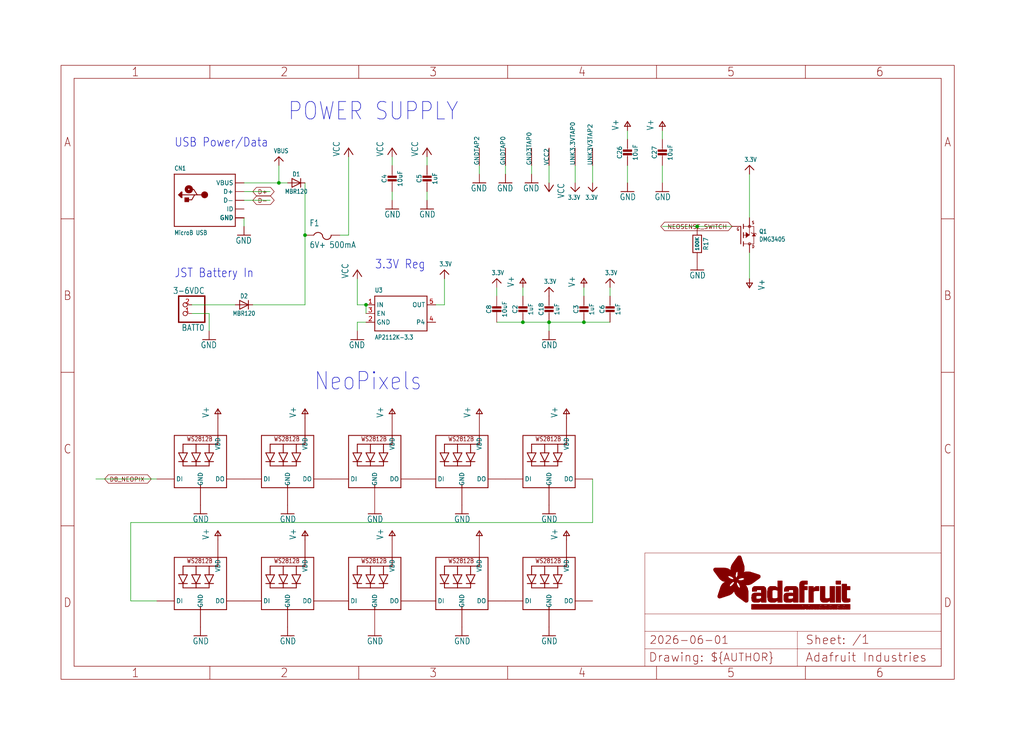
<source format=kicad_sch>
(kicad_sch (version 20230121) (generator eeschema)
  (paper "User" 298.45 217.322)
  (lib_symbols
    (symbol "working-eagle-import:3.3V" (power)
      (property "Value" "3.3V" (at -1.524 1.016 0))
      (symbol "3.3V_1_0"
        (pin power_in line (at 0 -2.54 90) (length 2.54) (name "3.3V") (number "1"))
      )
    )
    (symbol "working-eagle-import:CAP_CERAMIC0603_NO"
      (property "Reference" "C" (at -2.29 1.25 90))
      (symbol "CAP_CERAMIC0603_NO_1_0"
        (pin passive line (at 0 5.08 270) (length 2.54) (name "1") (number "1"))
        (pin passive line (at 0 -2.54 90) (length 2.54) (name "2") (number "2"))
      )
    )
    (symbol "working-eagle-import:CAP_CERAMIC0805-NOOUTLINE"
      (property "Reference" "C" (at -2.29 1.25 90))
      (symbol "CAP_CERAMIC0805-NOOUTLINE_1_0"
        (pin passive line (at 0 5.08 270) (length 2.54) (name "1") (number "1"))
        (pin passive line (at 0 -2.54 90) (length 2.54) (name "2") (number "2"))
      )
    )
    (symbol "working-eagle-import:CON_JST_PH_2PIN"
      (property "Reference" "X" (at -6.35 5.715 0))
      (symbol "CON_JST_PH_2PIN_1_0"
        (pin passive inverted (at -2.54 2.54 0) (length 2.54) (name "1") (number "1"))
        (pin passive inverted (at -2.54 0 0) (length 2.54) (name "2") (number "2"))
      )
    )
    (symbol "working-eagle-import:DIODESOD-123"
      (property "Reference" "D" (at 0 2.54 0))
      (symbol "DIODESOD-123_1_0"
        (pin passive line (at -2.54 0 0) (length 2.54) (name "A") (number "A"))
        (pin passive line (at 2.54 0 180) (length 2.54) (name "C") (number "C"))
      )
    )
    (symbol "working-eagle-import:FRAME_A4_ADAFRUIT"
      (symbol "FRAME_A4_ADAFRUIT_1_0"
        (text "${#}/${##}" (at 230.505 10.16 0) (effects (font (size 2.54 2.54)) (justify left bottom)))
        (text "${AUTHOR}" (at 189.23 5.08 0) (effects (font (size 2.286 2.286)) (justify left bottom)))
        (text "${CURRENT_DATE}" (at 171.45 10.16 0) (effects (font (size 2.286 2.286)) (justify left bottom)))
        (text "${PROJECTNAME}" (at 171.45 15.24 0) (effects (font (size 2.54 2.54)) (justify left bottom)))
        (text "1" (at 21.6958 1.905 0) (effects (font (size 2.54 2.286))))
        (text "1" (at 21.6958 177.165 0) (effects (font (size 2.54 2.286))))
        (text "2" (at 65.0875 1.905 0) (effects (font (size 2.54 2.286))))
        (text "2" (at 65.0875 177.165 0) (effects (font (size 2.54 2.286))))
        (text "3" (at 108.4792 1.905 0) (effects (font (size 2.54 2.286))))
        (text "3" (at 108.4792 177.165 0) (effects (font (size 2.54 2.286))))
        (text "4" (at 151.8708 1.905 0) (effects (font (size 2.54 2.286))))
        (text "4" (at 151.8708 177.165 0) (effects (font (size 2.54 2.286))))
        (text "5" (at 195.2625 1.905 0) (effects (font (size 2.54 2.286))))
        (text "5" (at 195.2625 177.165 0) (effects (font (size 2.54 2.286))))
        (text "6" (at 238.6542 1.905 0) (effects (font (size 2.54 2.286))))
        (text "6" (at 238.6542 177.165 0) (effects (font (size 2.54 2.286))))
        (text "A" (at 1.905 156.6863 0) (effects (font (size 2.54 2.286))))
        (text "A" (at 258.445 156.6863 0) (effects (font (size 2.54 2.286))))
        (text "Adafruit Industries" (at 216.916 4.953 0) (effects (font (size 2.54 2.54)) (justify left bottom)))
        (text "B" (at 1.905 111.9188 0) (effects (font (size 2.54 2.286))))
        (text "B" (at 258.445 111.9188 0) (effects (font (size 2.54 2.286))))
        (text "C" (at 1.905 67.1513 0) (effects (font (size 2.54 2.286))))
        (text "C" (at 258.445 67.1513 0) (effects (font (size 2.54 2.286))))
        (text "D" (at 1.905 22.3838 0) (effects (font (size 2.54 2.286))))
        (text "D" (at 258.445 22.3838 0) (effects (font (size 2.54 2.286))))
        (text "Drawing:" (at 171.196 4.953 0) (effects (font (size 2.54 2.54)) (justify left bottom)))
        (text "Sheet:" (at 216.916 10.033 0) (effects (font (size 2.54 2.54)) (justify left bottom)))
      )
    )
    (symbol "working-eagle-import:GND" (power)
      (property "Value" "GND" (at -2.54 -2.54 0))
      (symbol "GND_1_0"
        (pin power_in line (at 0 2.54 270) (length 2.54) (name "GND") (number "1"))
      )
    )
    (symbol "working-eagle-import:MOSFET-P"
      (property "Reference" "Q" (at 2.794 0.381 0))
      (symbol "MOSFET-P_1_0"
        (text "D" (at 0.635 -3.81 0) (effects (font (size 0.8128 0.6908)) (justify left bottom)))
        (text "G" (at -3.81 1.27 0) (effects (font (size 0.8128 0.6908)) (justify left bottom)))
        (text "S" (at 0.635 3.175 0) (effects (font (size 0.8128 0.6908)) (justify left bottom)))
        (pin passive line (at -5.08 2.54 0) (length 2.54) (name "G") (number "1"))
        (pin passive line (at 0 5.08 270) (length 2.54) (name "S") (number "2"))
        (pin passive line (at 0 -5.08 90) (length 2.54) (name "D") (number "3"))
      )
    )
    (symbol "working-eagle-import:PTCFUSE-1206"
      (property "Reference" "F" (at -3.81 5.08 0))
      (symbol "PTCFUSE-1206_1_0"
        (pin passive line (at -5.08 2.54 0) (length 2.54) (name "1") (number "1"))
        (pin passive line (at 5.08 2.54 180) (length 2.54) (name "2") (number "2"))
      )
    )
    (symbol "working-eagle-import:RESISTOR_0603_NOOUT"
      (property "Reference" "R" (at 0 2.54 0))
      (symbol "RESISTOR_0603_NOOUT_1_0"
        (pin passive line (at -5.08 0 0) (length 2.54) (name "1") (number "1"))
        (pin passive line (at 5.08 0 180) (length 2.54) (name "2") (number "2"))
      )
    )
    (symbol "working-eagle-import:SEWTAP-ALLIGATOR"
      (property "Reference" "TP" (at 0 0 0))
      (symbol "SEWTAP-ALLIGATOR_1_0"
        (pin bidirectional line (at 0 0 0) (length 5.08) (name "SEW") (number "P$1"))
      )
    )
    (symbol "working-eagle-import:USB_MICRO_20329_V2"
      (property "Reference" "X" (at -10.16 8.636 0))
      (symbol "USB_MICRO_20329_V2_1_0"
        (pin power_in line (at 10.16 -5.08 180) (length 2.54) (name "GND") (number "BASE@1"))
        (pin power_in line (at 10.16 -5.08 180) (length 2.54) (name "GND") (number "BASE@2"))
        (pin bidirectional line (at 10.16 2.54 180) (length 2.54) (name "D+") (number "D+"))
        (pin bidirectional line (at 10.16 0 180) (length 2.54) (name "D-") (number "D-"))
        (pin power_in line (at 10.16 -5.08 180) (length 2.54) (name "GND") (number "GND"))
        (pin bidirectional line (at 10.16 -2.54 180) (length 2.54) (name "ID") (number "ID"))
        (pin power_in line (at 10.16 -5.08 180) (length 2.54) (name "GND") (number "SPRT@1"))
        (pin power_in line (at 10.16 -5.08 180) (length 2.54) (name "GND") (number "SPRT@2"))
        (pin power_in line (at 10.16 -5.08 180) (length 2.54) (name "GND") (number "SPRT@3"))
        (pin power_in line (at 10.16 -5.08 180) (length 2.54) (name "GND") (number "SPRT@4"))
        (pin power_in line (at 10.16 5.08 180) (length 2.54) (name "VBUS") (number "VBUS"))
      )
    )
    (symbol "working-eagle-import:V+" (power)
      (property "Value" "V+" (at -2.54 -2.54 90))
      (symbol "V+_1_0"
        (pin power_in line (at 0 -2.54 90) (length 2.54) (name "V+") (number "1"))
      )
    )
    (symbol "working-eagle-import:VBUS" (power)
      (property "Value" "VBUS" (at -1.524 1.016 0))
      (symbol "VBUS_1_0"
        (pin power_in line (at 0 -2.54 90) (length 2.54) (name "VBUS") (number "1"))
      )
    )
    (symbol "working-eagle-import:VCC" (power)
      (property "Value" "VCC" (at -2.54 -2.54 90))
      (symbol "VCC_1_0"
        (pin power_in line (at 0 -2.54 90) (length 2.54) (name "VCC") (number "1"))
      )
    )
    (symbol "working-eagle-import:VREG_SOT23-5"
      (property "Reference" "U" (at -7.62 6.096 0))
      (symbol "VREG_SOT23-5_1_0"
        (pin power_in line (at -10.16 2.54 0) (length 2.54) (name "IN") (number "1"))
        (pin power_in line (at -10.16 -2.54 0) (length 2.54) (name "GND") (number "2"))
        (pin input line (at -10.16 0 0) (length 2.54) (name "EN") (number "3"))
        (pin bidirectional line (at 10.16 -2.54 180) (length 2.54) (name "P4") (number "4"))
        (pin power_in line (at 10.16 2.54 180) (length 2.54) (name "OUT") (number "5"))
      )
    )
    (symbol "working-eagle-import:WS2812B3535"
      (symbol "WS2812B3535_1_0"
        (text "WS2812B" (at -4.064 8.382 0) (effects (font (size 1.27 1.0795)) (justify left bottom)))
        (pin input line (at -12.7 -2.54 0) (length 5.08) (name "DI") (number "1"))
        (pin power_in line (at 5.08 15.24 270) (length 5.08) (name "VDD") (number "2"))
        (pin output line (at 12.7 -2.54 180) (length 5.08) (name "DO") (number "3"))
        (pin power_in line (at 0 -10.16 90) (length 5.08) (name "GND") (number "4"))
      )
    )
  )
  (junction (at 170.18 93.98))
  (junction (at 88.9 68.58))
  (junction (at 81.28 53.34))
  (junction (at 152.4 93.98))
  (junction (at 106.68 88.9))
  (junction (at 203.2 66.04))
  (junction (at 160.02 93.98))
  (wire (pts (xy 45.72 175.26) (xy 38.1 175.26)) (stroke (width 0.1524)))
  (wire (pts (xy 124.46 48.26) (xy 124.46 45.72)) (stroke (width 0.1524)))
  (wire (pts (xy 167.64 53.34) (xy 167.64 48.26)) (stroke (width 0.1524)))
  (wire (pts (xy 213.36 66.04) (xy 203.2 66.04)) (stroke (width 0.1524)))
  (wire (pts (xy 71.12 53.34) (xy 81.28 53.34)) (stroke (width 0.1524)))
  (wire (pts (xy 203.2 66.04) (xy 193.04 66.04)) (stroke (width 0.1524)))
  (wire (pts (xy 152.4 93.98) (xy 144.78 93.98)) (stroke (width 0.1524)))
  (wire (pts (xy 81.28 53.34) (xy 83.82 53.34)) (stroke (width 0.1524)))
  (wire (pts (xy 160.02 96.52) (xy 160.02 93.98)) (stroke (width 0.1524)))
  (wire (pts (xy 144.78 83.82) (xy 144.78 86.36)) (stroke (width 0.1524)))
  (wire (pts (xy 177.8 83.82) (xy 177.8 86.36)) (stroke (width 0.1524)))
  (wire (pts (xy 88.9 53.34) (xy 88.9 68.58)) (stroke (width 0.1524)))
  (wire (pts (xy 129.54 88.9) (xy 127 88.9)) (stroke (width 0.1524)))
  (wire (pts (xy 182.88 38.1) (xy 182.88 40.64)) (stroke (width 0.1524)))
  (wire (pts (xy 88.9 68.58) (xy 88.9 88.9)) (stroke (width 0.1524)))
  (wire (pts (xy 60.96 91.44) (xy 60.96 96.52)) (stroke (width 0.1524)))
  (wire (pts (xy 55.88 88.9) (xy 68.58 88.9)) (stroke (width 0.1524)))
  (wire (pts (xy 182.88 48.26) (xy 182.88 53.34)) (stroke (width 0.1524)))
  (wire (pts (xy 104.14 88.9) (xy 106.68 88.9)) (stroke (width 0.1524)))
  (wire (pts (xy 160.02 93.98) (xy 152.4 93.98)) (stroke (width 0.1524)))
  (wire (pts (xy 170.18 93.98) (xy 160.02 93.98)) (stroke (width 0.1524)))
  (wire (pts (xy 129.54 81.28) (xy 129.54 88.9)) (stroke (width 0.1524)))
  (wire (pts (xy 193.04 38.1) (xy 193.04 40.64)) (stroke (width 0.1524)))
  (wire (pts (xy 38.1 152.4) (xy 172.72 152.4)) (stroke (width 0.1524)))
  (wire (pts (xy 177.8 93.98) (xy 170.18 93.98)) (stroke (width 0.1524)))
  (wire (pts (xy 124.46 55.88) (xy 124.46 58.42)) (stroke (width 0.1524)))
  (wire (pts (xy 101.6 68.58) (xy 99.06 68.58)) (stroke (width 0.1524)))
  (wire (pts (xy 38.1 175.26) (xy 38.1 152.4)) (stroke (width 0.1524)))
  (wire (pts (xy 71.12 55.88) (xy 78.74 55.88)) (stroke (width 0.1524)))
  (wire (pts (xy 73.66 88.9) (xy 88.9 88.9)) (stroke (width 0.1524)))
  (wire (pts (xy 114.3 55.88) (xy 114.3 58.42)) (stroke (width 0.1524)))
  (wire (pts (xy 154.94 50.8) (xy 154.94 48.26)) (stroke (width 0.1524)))
  (wire (pts (xy 160.02 48.26) (xy 160.02 53.34)) (stroke (width 0.1524)))
  (wire (pts (xy 106.68 91.44) (xy 106.68 88.9)) (stroke (width 0.1524)))
  (wire (pts (xy 55.88 91.44) (xy 60.96 91.44)) (stroke (width 0.1524)))
  (wire (pts (xy 101.6 68.58) (xy 101.6 45.72)) (stroke (width 0.1524)))
  (wire (pts (xy 139.7 50.8) (xy 139.7 48.26)) (stroke (width 0.1524)))
  (wire (pts (xy 114.3 45.72) (xy 114.3 48.26)) (stroke (width 0.1524)))
  (wire (pts (xy 45.72 139.7) (xy 27.94 139.7)) (stroke (width 0.1524)))
  (wire (pts (xy 104.14 93.98) (xy 106.68 93.98)) (stroke (width 0.1524)))
  (wire (pts (xy 147.32 50.8) (xy 147.32 48.26)) (stroke (width 0.1524)))
  (wire (pts (xy 152.4 83.82) (xy 152.4 86.36)) (stroke (width 0.1524)))
  (wire (pts (xy 170.18 83.82) (xy 170.18 86.36)) (stroke (width 0.1524)))
  (wire (pts (xy 71.12 58.42) (xy 78.74 58.42)) (stroke (width 0.1524)))
  (wire (pts (xy 104.14 88.9) (xy 104.14 81.28)) (stroke (width 0.1524)))
  (wire (pts (xy 172.72 53.34) (xy 172.72 48.26)) (stroke (width 0.1524)))
  (wire (pts (xy 172.72 152.4) (xy 172.72 139.7)) (stroke (width 0.1524)))
  (wire (pts (xy 81.28 53.34) (xy 81.28 48.26)) (stroke (width 0.1524)))
  (wire (pts (xy 104.14 93.98) (xy 104.14 96.52)) (stroke (width 0.1524)))
  (wire (pts (xy 71.12 63.5) (xy 71.12 66.04)) (stroke (width 0.1524)))
  (wire (pts (xy 218.44 81.28) (xy 218.44 73.66)) (stroke (width 0.1524)))
  (wire (pts (xy 218.44 50.8) (xy 218.44 63.5)) (stroke (width 0.1524)))
  (wire (pts (xy 193.04 48.26) (xy 193.04 53.34)) (stroke (width 0.1524)))
  (text "POWER SUPPLY" (at 83.82 35.56 0) (effects (font (size 5.08 4.318)) (justify left bottom)))
  (text "JST Battery In" (at 50.8 81.28 0) (effects (font (size 2.54 2.159)) (justify left bottom)))
  (text "USB Power/Data" (at 50.8 43.18 0) (effects (font (size 2.54 2.159)) (justify left bottom)))
  (text "NeoPixels" (at 91.44 114.3 0) (effects (font (size 5.08 4.318)) (justify left bottom)))
  (text "3.3V Reg" (at 109.22 78.74 0) (effects (font (size 2.54 2.159)) (justify left bottom)))
  (global_label "D8_NEOPIX" (shape bidirectional) (at 30.48 139.7 0) (effects (font (size 1.2446 1.2446))) (property "Intersheetrefs" "${INTERSHEET_REFS}" (effects hide)))
  (global_label "D-" (shape bidirectional) (at 73.66 58.42 0) (effects (font (size 1.2446 1.2446))) (property "Intersheetrefs" "${INTERSHEET_REFS}" (effects hide)))
  (global_label "NEOSENSE_SWITCH" (shape bidirectional) (at 213.36 66.04 180) (effects (font (size 1.2446 1.2446))) (property "Intersheetrefs" "${INTERSHEET_REFS}" (effects hide)))
  (global_label "D+" (shape bidirectional) (at 73.66 55.88 0) (effects (font (size 1.2446 1.2446))) (property "Intersheetrefs" "${INTERSHEET_REFS}" (effects hide)))
  (symbol (lib_id "working-eagle-import:GND") (at 147.32 53.34 0) (unit 1)
    (property "Reference" "#GND14" (effects hide))
    (property "Value" "GND" (at 144.78 55.88 0) (effects (font (size 1.778 1.5113)) (justify left bottom)))
  )
  (symbol (lib_id "working-eagle-import:WS2812B3535") (at 109.22 172.72 0) (unit 1)
    (property "Reference" "LED3" (effects hide))
    (property "Value" "WS2812B3535" (effects hide))
    (property "Footprint" "working:LED3535" (effects hide))
  )
  (symbol (lib_id "working-eagle-import:WS2812B3535") (at 58.42 137.16 0) (unit 1)
    (property "Reference" "LED6" (effects hide))
    (property "Value" "WS2812B3535" (effects hide))
    (property "Footprint" "working:LED3535" (effects hide))
  )
  (symbol (lib_id "working-eagle-import:GND") (at 160.02 149.86 0) (mirror y) (unit 1)
    (property "Reference" "#GND26" (effects hide))
    (property "Value" "GND" (at 162.56 152.4 0) (effects (font (size 1.778 1.5113)) (justify left bottom)))
  )
  (symbol (lib_id "working-eagle-import:V+") (at 139.7 154.94 0) (unit 1)
    (property "Reference" "#P+13" (effects hide))
    (property "Value" "V+" (effects hide))
  )
  (symbol (lib_id "working-eagle-import:V+") (at 114.3 154.94 0) (unit 1)
    (property "Reference" "#P+14" (effects hide))
    (property "Value" "V+" (at 111.76 157.48 90) (effects (font (size 1.778 1.5113)) (justify left bottom)))
  )
  (symbol (lib_id "working-eagle-import:GND") (at 83.82 185.42 0) (mirror y) (unit 1)
    (property "Reference" "#GND31" (effects hide))
    (property "Value" "GND" (at 86.36 187.96 0) (effects (font (size 1.778 1.5113)) (justify left bottom)))
  )
  (symbol (lib_id "working-eagle-import:CAP_CERAMIC0603_NO") (at 152.4 91.44 0) (unit 1)
    (property "Reference" "C2" (at 150.11 90.19 90))
    (property "Value" "1uF" (at 154.7 90.19 90))
    (property "Footprint" "working:0603-NO" (effects hide))
  )
  (symbol (lib_id "working-eagle-import:VBUS") (at 81.28 45.72 0) (unit 1)
    (property "Reference" "#U$51" (effects hide))
    (property "Value" "VBUS" (at 79.756 44.704 0) (effects (font (size 1.27 1.0795)) (justify left bottom)))
  )
  (symbol (lib_id "working-eagle-import:WS2812B3535") (at 109.22 137.16 0) (unit 1)
    (property "Reference" "LED8" (effects hide))
    (property "Value" "WS2812B3535" (effects hide))
    (property "Footprint" "working:LED3535" (effects hide))
  )
  (symbol (lib_id "working-eagle-import:GND") (at 139.7 53.34 0) (unit 1)
    (property "Reference" "#GND21" (effects hide))
    (property "Value" "GND" (at 137.16 55.88 0) (effects (font (size 1.778 1.5113)) (justify left bottom)))
  )
  (symbol (lib_id "working-eagle-import:CAP_CERAMIC0603_NO") (at 170.18 91.44 0) (unit 1)
    (property "Reference" "C3" (at 167.89 90.19 90))
    (property "Value" "1uF" (at 172.48 90.19 90))
    (property "Footprint" "working:0603-NO" (effects hide))
  )
  (symbol (lib_id "working-eagle-import:GND") (at 134.62 149.86 0) (mirror y) (unit 1)
    (property "Reference" "#GND19" (effects hide))
    (property "Value" "GND" (at 137.16 152.4 0) (effects (font (size 1.778 1.5113)) (justify left bottom)))
  )
  (symbol (lib_id "working-eagle-import:VREG_SOT23-5") (at 116.84 91.44 0) (unit 1)
    (property "Reference" "U3" (at 109.22 85.344 0) (effects (font (size 1.27 1.0795)) (justify left bottom)))
    (property "Value" "AP2112K-3.3" (at 109.22 99.06 0) (effects (font (size 1.27 1.0795)) (justify left bottom)))
    (property "Footprint" "working:SOT23-5" (effects hide))
  )
  (symbol (lib_id "working-eagle-import:WS2812B3535") (at 83.82 137.16 0) (unit 1)
    (property "Reference" "LED7" (effects hide))
    (property "Value" "WS2812B3535" (effects hide))
    (property "Footprint" "working:LED3535" (effects hide))
  )
  (symbol (lib_id "working-eagle-import:GND") (at 114.3 60.96 0) (mirror y) (unit 1)
    (property "Reference" "#GND23" (effects hide))
    (property "Value" "GND" (at 116.84 63.5 0) (effects (font (size 1.778 1.5113)) (justify left bottom)))
  )
  (symbol (lib_id "working-eagle-import:V+") (at 63.5 119.38 0) (unit 1)
    (property "Reference" "#P+7" (effects hide))
    (property "Value" "V+" (at 60.96 121.92 90) (effects (font (size 1.778 1.5113)) (justify left bottom)))
  )
  (symbol (lib_id "working-eagle-import:V+") (at 152.4 81.28 0) (unit 1)
    (property "Reference" "#P+19" (effects hide))
    (property "Value" "V+" (at 149.86 83.82 90) (effects (font (size 1.778 1.5113)) (justify left bottom)))
  )
  (symbol (lib_id "working-eagle-import:GND") (at 83.82 149.86 0) (mirror y) (unit 1)
    (property "Reference" "#GND16" (effects hide))
    (property "Value" "GND" (at 86.36 152.4 0) (effects (font (size 1.778 1.5113)) (justify left bottom)))
  )
  (symbol (lib_id "working-eagle-import:V+") (at 88.9 119.38 0) (unit 1)
    (property "Reference" "#P+8" (effects hide))
    (property "Value" "V+" (at 86.36 121.92 90) (effects (font (size 1.778 1.5113)) (justify left bottom)))
  )
  (symbol (lib_id "working-eagle-import:VCC") (at 114.3 43.18 0) (unit 1)
    (property "Reference" "#P+1" (effects hide))
    (property "Value" "VCC" (at 111.76 45.72 90) (effects (font (size 1.778 1.5113)) (justify left bottom)))
  )
  (symbol (lib_id "working-eagle-import:VCC") (at 104.14 78.74 0) (unit 1)
    (property "Reference" "#P+5" (effects hide))
    (property "Value" "VCC" (at 101.6 81.28 90) (effects (font (size 1.778 1.5113)) (justify left bottom)))
  )
  (symbol (lib_id "working-eagle-import:CAP_CERAMIC0805-NOOUTLINE") (at 182.88 45.72 0) (unit 1)
    (property "Reference" "C26" (at 180.59 44.47 90))
    (property "Value" "10uF" (at 185.18 44.47 90))
    (property "Footprint" "working:0805-NO" (effects hide))
  )
  (symbol (lib_id "working-eagle-import:3.3V") (at 218.44 48.26 0) (unit 1)
    (property "Reference" "#U$13" (effects hide))
    (property "Value" "3.3V" (at 216.916 47.244 0) (effects (font (size 1.27 1.0795)) (justify left bottom)))
  )
  (symbol (lib_id "working-eagle-import:CAP_CERAMIC0603_NO") (at 160.02 91.44 0) (unit 1)
    (property "Reference" "C18" (at 157.73 90.19 90))
    (property "Value" "1uF" (at 162.32 90.19 90))
    (property "Footprint" "working:0603-NO" (effects hide))
  )
  (symbol (lib_id "working-eagle-import:V+") (at 63.5 154.94 0) (unit 1)
    (property "Reference" "#P+16" (effects hide))
    (property "Value" "V+" (at 60.96 157.48 90) (effects (font (size 1.778 1.5113)) (justify left bottom)))
  )
  (symbol (lib_id "working-eagle-import:GND") (at 124.46 60.96 0) (mirror y) (unit 1)
    (property "Reference" "#GND34" (effects hide))
    (property "Value" "GND" (at 127 63.5 0) (effects (font (size 1.778 1.5113)) (justify left bottom)))
  )
  (symbol (lib_id "working-eagle-import:3.3V") (at 167.64 55.88 180) (unit 1)
    (property "Reference" "#U$29" (effects hide))
    (property "Value" "3.3V" (at 169.164 56.896 0) (effects (font (size 1.27 1.0795)) (justify left bottom)))
  )
  (symbol (lib_id "working-eagle-import:CAP_CERAMIC0603_NO") (at 124.46 53.34 0) (unit 1)
    (property "Reference" "C5" (at 122.17 52.09 90))
    (property "Value" "1uF" (at 126.76 52.09 90))
    (property "Footprint" "working:0603-NO" (effects hide))
  )
  (symbol (lib_id "working-eagle-import:SEWTAP-ALLIGATOR") (at 167.64 48.26 90) (unit 1)
    (property "Reference" "UNK3.3VTAP0" (at 167.64 48.26 0) (effects (justify left bottom)))
    (property "Value" "SEWTAP-ALLIGATOR" (effects hide))
    (property "Footprint" "working:SEWALLI" (effects hide))
  )
  (symbol (lib_id "working-eagle-import:VCC") (at 101.6 43.18 0) (unit 1)
    (property "Reference" "#P+6" (effects hide))
    (property "Value" "VCC" (at 99.06 45.72 90) (effects (font (size 1.778 1.5113)) (justify left bottom)))
  )
  (symbol (lib_id "working-eagle-import:V+") (at 170.18 81.28 0) (unit 1)
    (property "Reference" "#P+20" (effects hide))
    (property "Value" "V+" (at 167.64 83.82 90) (effects (font (size 1.778 1.5113)) (justify left bottom)))
  )
  (symbol (lib_id "working-eagle-import:RESISTOR_0603_NOOUT") (at 203.2 71.12 270) (unit 1)
    (property "Reference" "R17" (at 205.74 71.12 0))
    (property "Value" "100K" (at 203.2 71.12 0) (effects (font (size 1.016 1.016) bold)))
    (property "Footprint" "working:0603-NO" (effects hide))
  )
  (symbol (lib_id "working-eagle-import:CAP_CERAMIC0805-NOOUTLINE") (at 144.78 91.44 0) (unit 1)
    (property "Reference" "C8" (at 142.49 90.19 90))
    (property "Value" "10uF" (at 147.08 90.19 90))
    (property "Footprint" "working:0805-NO" (effects hide))
  )
  (symbol (lib_id "working-eagle-import:CAP_CERAMIC0603_NO") (at 177.8 91.44 0) (unit 1)
    (property "Reference" "C6" (at 175.51 90.19 90))
    (property "Value" "1uF" (at 180.1 90.19 90))
    (property "Footprint" "working:0603-NO" (effects hide))
  )
  (symbol (lib_id "working-eagle-import:GND") (at 154.94 53.34 0) (unit 1)
    (property "Reference" "#GND13" (effects hide))
    (property "Value" "GND" (at 152.4 55.88 0) (effects (font (size 1.778 1.5113)) (justify left bottom)))
  )
  (symbol (lib_id "working-eagle-import:3.3V") (at 160.02 83.82 0) (unit 1)
    (property "Reference" "#U$9" (effects hide))
    (property "Value" "3.3V" (at 158.496 82.804 0) (effects (font (size 1.27 1.0795)) (justify left bottom)))
  )
  (symbol (lib_id "working-eagle-import:WS2812B3535") (at 134.62 137.16 0) (unit 1)
    (property "Reference" "LED9" (effects hide))
    (property "Value" "WS2812B3535" (effects hide))
    (property "Footprint" "working:LED3535" (effects hide))
  )
  (symbol (lib_id "working-eagle-import:V+") (at 165.1 154.94 0) (unit 1)
    (property "Reference" "#P+12" (effects hide))
    (property "Value" "V+" (at 162.56 157.48 90) (effects (font (size 1.778 1.5113)) (justify left bottom)))
  )
  (symbol (lib_id "working-eagle-import:GND") (at 104.14 99.06 0) (unit 1)
    (property "Reference" "#GND4" (effects hide))
    (property "Value" "GND" (at 101.6 101.6 0) (effects (font (size 1.778 1.5113)) (justify left bottom)))
  )
  (symbol (lib_id "working-eagle-import:GND") (at 60.96 99.06 0) (unit 1)
    (property "Reference" "#GND11" (effects hide))
    (property "Value" "GND" (at 58.42 101.6 0) (effects (font (size 1.778 1.5113)) (justify left bottom)))
  )
  (symbol (lib_id "working-eagle-import:3.3V") (at 144.78 81.28 0) (unit 1)
    (property "Reference" "#U$32" (effects hide))
    (property "Value" "3.3V" (at 143.256 80.264 0) (effects (font (size 1.27 1.0795)) (justify left bottom)))
  )
  (symbol (lib_id "working-eagle-import:GND") (at 203.2 78.74 0) (mirror y) (unit 1)
    (property "Reference" "#GND42" (effects hide))
    (property "Value" "GND" (at 205.74 81.28 0) (effects (font (size 1.778 1.5113)) (justify left bottom)))
  )
  (symbol (lib_id "working-eagle-import:CAP_CERAMIC0805-NOOUTLINE") (at 114.3 53.34 0) (unit 1)
    (property "Reference" "C4" (at 112.01 52.09 90))
    (property "Value" "10uF" (at 116.6 52.09 90))
    (property "Footprint" "working:0805-NO" (effects hide))
  )
  (symbol (lib_id "working-eagle-import:WS2812B3535") (at 58.42 172.72 0) (unit 1)
    (property "Reference" "LED2" (effects hide))
    (property "Value" "WS2812B3535" (effects hide))
    (property "Footprint" "working:LED3535" (effects hide))
  )
  (symbol (lib_id "working-eagle-import:CON_JST_PH_2PIN") (at 53.34 88.9 180) (unit 1)
    (property "Reference" "BATT0" (at 59.69 94.615 0) (effects (font (size 1.778 1.5113)) (justify left bottom)))
    (property "Value" "3-6VDC" (at 59.69 83.82 0) (effects (font (size 1.778 1.5113)) (justify left bottom)))
    (property "Footprint" "working:JSTPH2" (effects hide))
  )
  (symbol (lib_id "working-eagle-import:V+") (at 114.3 119.38 0) (unit 1)
    (property "Reference" "#P+9" (effects hide))
    (property "Value" "V+" (at 111.76 121.92 90) (effects (font (size 1.778 1.5113)) (justify left bottom)))
  )
  (symbol (lib_id "working-eagle-import:V+") (at 218.44 83.82 180) (unit 1)
    (property "Reference" "#P+22" (effects hide))
    (property "Value" "V+" (at 220.98 81.28 90) (effects (font (size 1.778 1.5113)) (justify left bottom)))
  )
  (symbol (lib_id "working-eagle-import:CAP_CERAMIC0805-NOOUTLINE") (at 193.04 45.72 0) (unit 1)
    (property "Reference" "C27" (at 190.75 44.47 90))
    (property "Value" "10uF" (at 195.34 44.47 90))
    (property "Footprint" "working:0805-NO" (effects hide))
  )
  (symbol (lib_id "working-eagle-import:VCC") (at 160.02 55.88 180) (unit 1)
    (property "Reference" "#P+2" (effects hide))
    (property "Value" "VCC" (at 162.56 53.34 90) (effects (font (size 1.778 1.5113)) (justify left bottom)))
  )
  (symbol (lib_id "working-eagle-import:VCC") (at 124.46 43.18 0) (unit 1)
    (property "Reference" "#P+3" (effects hide))
    (property "Value" "VCC" (at 121.92 45.72 90) (effects (font (size 1.778 1.5113)) (justify left bottom)))
  )
  (symbol (lib_id "working-eagle-import:GND") (at 109.22 149.86 0) (mirror y) (unit 1)
    (property "Reference" "#GND18" (effects hide))
    (property "Value" "GND" (at 111.76 152.4 0) (effects (font (size 1.778 1.5113)) (justify left bottom)))
  )
  (symbol (lib_id "working-eagle-import:V+") (at 193.04 35.56 0) (unit 1)
    (property "Reference" "#P+23" (effects hide))
    (property "Value" "V+" (at 190.5 38.1 90) (effects (font (size 1.778 1.5113)) (justify left bottom)))
  )
  (symbol (lib_id "working-eagle-import:V+") (at 139.7 119.38 0) (unit 1)
    (property "Reference" "#P+10" (effects hide))
    (property "Value" "V+" (at 137.16 121.92 90) (effects (font (size 1.778 1.5113)) (justify left bottom)))
  )
  (symbol (lib_id "working-eagle-import:PTCFUSE-1206") (at 93.98 71.12 0) (unit 1)
    (property "Reference" "F1" (at 90.17 66.04 0) (effects (font (size 1.778 1.5113)) (justify left bottom)))
    (property "Value" "6V+ 500mA" (at 90.17 72.39 0) (effects (font (size 1.778 1.5113)) (justify left bottom)))
    (property "Footprint" "working:R1206" (effects hide))
  )
  (symbol (lib_id "working-eagle-import:GND") (at 193.04 55.88 0) (mirror y) (unit 1)
    (property "Reference" "#GND43" (effects hide))
    (property "Value" "GND" (at 195.58 58.42 0) (effects (font (size 1.778 1.5113)) (justify left bottom)))
  )
  (symbol (lib_id "working-eagle-import:SEWTAP-ALLIGATOR") (at 154.94 48.26 90) (unit 1)
    (property "Reference" "GND3TAP0" (at 154.94 48.26 0) (effects (justify left bottom)))
    (property "Value" "SEWTAP-ALLIGATOR" (effects hide))
    (property "Footprint" "working:SEWALLI" (effects hide))
  )
  (symbol (lib_id "working-eagle-import:MOSFET-P") (at 218.44 68.58 0) (unit 1)
    (property "Reference" "Q1" (at 221.234 68.199 0) (effects (font (size 1.27 1.0795)) (justify left bottom)))
    (property "Value" "DMG3405" (at 221.234 70.485 0) (effects (font (size 1.27 1.0795)) (justify left bottom)))
    (property "Footprint" "working:SOT23-R" (effects hide))
  )
  (symbol (lib_id "working-eagle-import:SEWTAP-ALLIGATOR") (at 172.72 48.26 90) (unit 1)
    (property "Reference" "UNK3V3TAP2" (at 172.72 48.26 0) (effects (justify left bottom)))
    (property "Value" "SEWTAP-ALLIGATOR" (effects hide))
    (property "Footprint" "working:SEWALLI" (effects hide))
  )
  (symbol (lib_id "working-eagle-import:GND") (at 182.88 55.88 0) (mirror y) (unit 1)
    (property "Reference" "#GND41" (effects hide))
    (property "Value" "GND" (at 185.42 58.42 0) (effects (font (size 1.778 1.5113)) (justify left bottom)))
  )
  (symbol (lib_id "working-eagle-import:GND") (at 134.62 185.42 0) (mirror y) (unit 1)
    (property "Reference" "#GND28" (effects hide))
    (property "Value" "GND" (at 137.16 187.96 0) (effects (font (size 1.778 1.5113)) (justify left bottom)))
  )
  (symbol (lib_id "working-eagle-import:3.3V") (at 129.54 78.74 0) (unit 1)
    (property "Reference" "#U$15" (effects hide))
    (property "Value" "3.3V" (at 128.016 77.724 0) (effects (font (size 1.27 1.0795)) (justify left bottom)))
  )
  (symbol (lib_id "working-eagle-import:GND") (at 160.02 185.42 0) (mirror y) (unit 1)
    (property "Reference" "#GND27" (effects hide))
    (property "Value" "GND" (at 162.56 187.96 0) (effects (font (size 1.778 1.5113)) (justify left bottom)))
  )
  (symbol (lib_id "working-eagle-import:WS2812B3535") (at 83.82 172.72 0) (unit 1)
    (property "Reference" "LED1" (effects hide))
    (property "Value" "WS2812B3535" (effects hide))
    (property "Footprint" "working:LED3535" (effects hide))
  )
  (symbol (lib_id "working-eagle-import:SEWTAP-ALLIGATOR") (at 160.02 48.26 90) (unit 1)
    (property "Reference" "VCC2" (at 160.02 48.26 0) (effects (justify left bottom)))
    (property "Value" "SEWTAP-ALLIGATOR" (effects hide))
    (property "Footprint" "working:SEWALLI" (effects hide))
  )
  (symbol (lib_id "working-eagle-import:WS2812B3535") (at 134.62 172.72 0) (unit 1)
    (property "Reference" "LED4" (effects hide))
    (property "Value" "WS2812B3535" (effects hide))
    (property "Footprint" "working:LED3535" (effects hide))
  )
  (symbol (lib_id "working-eagle-import:DIODESOD-123") (at 71.12 88.9 0) (unit 1)
    (property "Reference" "D2" (at 71.12 86.36 0) (effects (font (size 1.27 1.0795))))
    (property "Value" "MBR120" (at 71.12 91.4 0) (effects (font (size 1.27 1.0795))))
    (property "Footprint" "working:SOD-123" (effects hide))
  )
  (symbol (lib_id "working-eagle-import:FRAME_A4_ADAFRUIT") (at 17.78 198.12 0) (unit 1)
    (property "Reference" "#U$34" (effects hide))
    (property "Value" "FRAME_A4_ADAFRUIT" (effects hide))
  )
  (symbol (lib_id "working-eagle-import:GND") (at 160.02 99.06 0) (mirror y) (unit 1)
    (property "Reference" "#GND22" (effects hide))
    (property "Value" "GND" (at 162.56 101.6 0) (effects (font (size 1.778 1.5113)) (justify left bottom)))
  )
  (symbol (lib_id "working-eagle-import:USB_MICRO_20329_V2") (at 60.96 58.42 0) (unit 1)
    (property "Reference" "CN1" (at 50.8 49.784 0) (effects (font (size 1.27 1.0795)) (justify left bottom)))
    (property "Value" "MicroB USB" (at 50.8 68.58 0) (effects (font (size 1.27 1.0795)) (justify left bottom)))
    (property "Footprint" "working:4UCONN_20329_V2" (effects hide))
  )
  (symbol (lib_id "working-eagle-import:DIODESOD-123") (at 86.36 53.34 0) (unit 1)
    (property "Reference" "D1" (at 86.36 50.8 0) (effects (font (size 1.27 1.0795))))
    (property "Value" "MBR120" (at 86.36 55.84 0) (effects (font (size 1.27 1.0795))))
    (property "Footprint" "working:SOD-123" (effects hide))
  )
  (symbol (lib_id "working-eagle-import:3.3V") (at 172.72 55.88 180) (unit 1)
    (property "Reference" "#U$41" (effects hide))
    (property "Value" "3.3V" (at 174.244 56.896 0) (effects (font (size 1.27 1.0795)) (justify left bottom)))
  )
  (symbol (lib_id "working-eagle-import:3.3V") (at 177.8 81.28 0) (unit 1)
    (property "Reference" "#U$12" (effects hide))
    (property "Value" "3.3V" (at 176.276 80.264 0) (effects (font (size 1.27 1.0795)) (justify left bottom)))
  )
  (symbol (lib_id "working-eagle-import:V+") (at 182.88 35.56 0) (unit 1)
    (property "Reference" "#P+21" (effects hide))
    (property "Value" "V+" (at 180.34 38.1 90) (effects (font (size 1.778 1.5113)) (justify left bottom)))
  )
  (symbol (lib_id "working-eagle-import:V+") (at 88.9 154.94 0) (unit 1)
    (property "Reference" "#P+15" (effects hide))
    (property "Value" "V+" (at 86.36 157.48 90) (effects (font (size 1.778 1.5113)) (justify left bottom)))
  )
  (symbol (lib_id "working-eagle-import:WS2812B3535") (at 160.02 137.16 0) (unit 1)
    (property "Reference" "LED10" (effects hide))
    (property "Value" "WS2812B3535" (effects hide))
    (property "Footprint" "working:LED3535" (effects hide))
  )
  (symbol (lib_id "working-eagle-import:GND") (at 109.22 185.42 0) (mirror y) (unit 1)
    (property "Reference" "#GND29" (effects hide))
    (property "Value" "GND" (at 111.76 187.96 0) (effects (font (size 1.778 1.5113)) (justify left bottom)))
  )
  (symbol (lib_id "working-eagle-import:SEWTAP-ALLIGATOR") (at 139.7 48.26 90) (unit 1)
    (property "Reference" "GNDTAP2" (at 139.7 48.26 0) (effects (justify left bottom)))
    (property "Value" "SEWTAP-ALLIGATOR" (effects hide))
    (property "Footprint" "working:SEWALLI" (effects hide))
  )
  (symbol (lib_id "working-eagle-import:GND") (at 58.42 149.86 0) (mirror y) (unit 1)
    (property "Reference" "#GND17" (effects hide))
    (property "Value" "GND" (at 60.96 152.4 0) (effects (font (size 1.778 1.5113)) (justify left bottom)))
  )
  (symbol (lib_id "working-eagle-import:GND") (at 71.12 68.58 0) (unit 1)
    (property "Reference" "#GND1" (effects hide))
    (property "Value" "GND" (at 68.58 71.12 0) (effects (font (size 1.778 1.5113)) (justify left bottom)))
  )
  (symbol (lib_id "working-eagle-import:GND") (at 58.42 185.42 0) (mirror y) (unit 1)
    (property "Reference" "#GND30" (effects hide))
    (property "Value" "GND" (at 60.96 187.96 0) (effects (font (size 1.778 1.5113)) (justify left bottom)))
  )
  (symbol (lib_id "working-eagle-import:WS2812B3535") (at 160.02 172.72 0) (unit 1)
    (property "Reference" "LED5" (effects hide))
    (property "Value" "WS2812B3535" (effects hide))
    (property "Footprint" "working:LED3535" (effects hide))
  )
  (symbol (lib_id "working-eagle-import:V+") (at 165.1 119.38 0) (unit 1)
    (property "Reference" "#P+11" (effects hide))
    (property "Value" "V+" (at 162.56 121.92 90) (effects (font (size 1.778 1.5113)) (justify left bottom)))
  )
  (symbol (lib_id "working-eagle-import:SEWTAP-ALLIGATOR") (at 147.32 48.26 90) (unit 1)
    (property "Reference" "GNDTAP0" (at 147.32 48.26 0) (effects (justify left bottom)))
    (property "Value" "SEWTAP-ALLIGATOR" (effects hide))
    (property "Footprint" "working:SEWALLI" (effects hide))
  )
)
</source>
